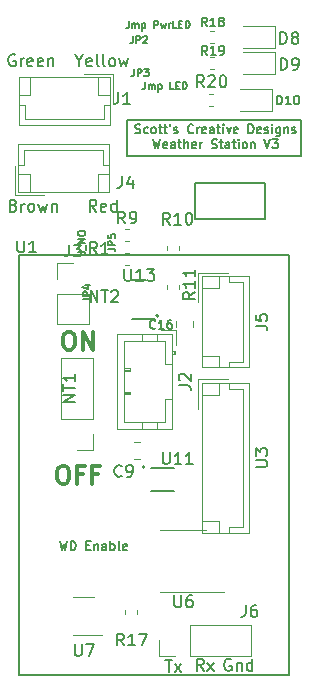
<source format=gbr>
G04 #@! TF.GenerationSoftware,KiCad,Pcbnew,(5.0.1)-rc2*
G04 #@! TF.CreationDate,2019-05-10T17:03:11-07:00*
G04 #@! TF.ProjectId,weatherStation,7765617468657253746174696F6E2E6B,rev?*
G04 #@! TF.SameCoordinates,Original*
G04 #@! TF.FileFunction,Legend,Top*
G04 #@! TF.FilePolarity,Positive*
%FSLAX46Y46*%
G04 Gerber Fmt 4.6, Leading zero omitted, Abs format (unit mm)*
G04 Created by KiCad (PCBNEW (5.0.1)-rc2) date 5/10/2019 5:03:11 PM*
%MOMM*%
%LPD*%
G01*
G04 APERTURE LIST*
%ADD10C,0.200000*%
%ADD11C,0.150000*%
%ADD12C,0.300000*%
%ADD13C,0.120000*%
%ADD14C,0.127000*%
G04 APERTURE END LIST*
D10*
X103124000Y-60960000D02*
X103632000Y-60960000D01*
X103124000Y-64008000D02*
X103124000Y-60960000D01*
X117856000Y-64008000D02*
X103124000Y-64008000D01*
X117856000Y-60960000D02*
X117856000Y-64008000D01*
X103632000Y-60960000D02*
X117856000Y-60960000D01*
D11*
X103836365Y-62078951D02*
X103943508Y-62114665D01*
X104122080Y-62114665D01*
X104193508Y-62078951D01*
X104229222Y-62043237D01*
X104264937Y-61971808D01*
X104264937Y-61900380D01*
X104229222Y-61828951D01*
X104193508Y-61793237D01*
X104122080Y-61757522D01*
X103979222Y-61721808D01*
X103907794Y-61686094D01*
X103872080Y-61650380D01*
X103836365Y-61578951D01*
X103836365Y-61507522D01*
X103872080Y-61436094D01*
X103907794Y-61400380D01*
X103979222Y-61364665D01*
X104157794Y-61364665D01*
X104264937Y-61400380D01*
X104907794Y-62078951D02*
X104836365Y-62114665D01*
X104693508Y-62114665D01*
X104622080Y-62078951D01*
X104586365Y-62043237D01*
X104550651Y-61971808D01*
X104550651Y-61757522D01*
X104586365Y-61686094D01*
X104622080Y-61650380D01*
X104693508Y-61614665D01*
X104836365Y-61614665D01*
X104907794Y-61650380D01*
X105336365Y-62114665D02*
X105264937Y-62078951D01*
X105229222Y-62043237D01*
X105193508Y-61971808D01*
X105193508Y-61757522D01*
X105229222Y-61686094D01*
X105264937Y-61650380D01*
X105336365Y-61614665D01*
X105443508Y-61614665D01*
X105514937Y-61650380D01*
X105550651Y-61686094D01*
X105586365Y-61757522D01*
X105586365Y-61971808D01*
X105550651Y-62043237D01*
X105514937Y-62078951D01*
X105443508Y-62114665D01*
X105336365Y-62114665D01*
X105800651Y-61614665D02*
X106086365Y-61614665D01*
X105907794Y-61364665D02*
X105907794Y-62007522D01*
X105943508Y-62078951D01*
X106014937Y-62114665D01*
X106086365Y-62114665D01*
X106229222Y-61614665D02*
X106514937Y-61614665D01*
X106336365Y-61364665D02*
X106336365Y-62007522D01*
X106372080Y-62078951D01*
X106443508Y-62114665D01*
X106514937Y-62114665D01*
X106800651Y-61364665D02*
X106729222Y-61507522D01*
X107086365Y-62078951D02*
X107157794Y-62114665D01*
X107300651Y-62114665D01*
X107372080Y-62078951D01*
X107407794Y-62007522D01*
X107407794Y-61971808D01*
X107372080Y-61900380D01*
X107300651Y-61864665D01*
X107193508Y-61864665D01*
X107122080Y-61828951D01*
X107086365Y-61757522D01*
X107086365Y-61721808D01*
X107122080Y-61650380D01*
X107193508Y-61614665D01*
X107300651Y-61614665D01*
X107372080Y-61650380D01*
X108729222Y-62043237D02*
X108693508Y-62078951D01*
X108586365Y-62114665D01*
X108514937Y-62114665D01*
X108407794Y-62078951D01*
X108336365Y-62007522D01*
X108300651Y-61936094D01*
X108264937Y-61793237D01*
X108264937Y-61686094D01*
X108300651Y-61543237D01*
X108336365Y-61471808D01*
X108407794Y-61400380D01*
X108514937Y-61364665D01*
X108586365Y-61364665D01*
X108693508Y-61400380D01*
X108729222Y-61436094D01*
X109050651Y-62114665D02*
X109050651Y-61614665D01*
X109050651Y-61757522D02*
X109086365Y-61686094D01*
X109122080Y-61650380D01*
X109193508Y-61614665D01*
X109264937Y-61614665D01*
X109800651Y-62078951D02*
X109729222Y-62114665D01*
X109586365Y-62114665D01*
X109514937Y-62078951D01*
X109479222Y-62007522D01*
X109479222Y-61721808D01*
X109514937Y-61650380D01*
X109586365Y-61614665D01*
X109729222Y-61614665D01*
X109800651Y-61650380D01*
X109836365Y-61721808D01*
X109836365Y-61793237D01*
X109479222Y-61864665D01*
X110479222Y-62114665D02*
X110479222Y-61721808D01*
X110443508Y-61650380D01*
X110372080Y-61614665D01*
X110229222Y-61614665D01*
X110157794Y-61650380D01*
X110479222Y-62078951D02*
X110407794Y-62114665D01*
X110229222Y-62114665D01*
X110157794Y-62078951D01*
X110122080Y-62007522D01*
X110122080Y-61936094D01*
X110157794Y-61864665D01*
X110229222Y-61828951D01*
X110407794Y-61828951D01*
X110479222Y-61793237D01*
X110729222Y-61614665D02*
X111014937Y-61614665D01*
X110836365Y-61364665D02*
X110836365Y-62007522D01*
X110872080Y-62078951D01*
X110943508Y-62114665D01*
X111014937Y-62114665D01*
X111264937Y-62114665D02*
X111264937Y-61614665D01*
X111264937Y-61364665D02*
X111229222Y-61400380D01*
X111264937Y-61436094D01*
X111300651Y-61400380D01*
X111264937Y-61364665D01*
X111264937Y-61436094D01*
X111550651Y-61614665D02*
X111729222Y-62114665D01*
X111907794Y-61614665D01*
X112479222Y-62078951D02*
X112407794Y-62114665D01*
X112264937Y-62114665D01*
X112193508Y-62078951D01*
X112157794Y-62007522D01*
X112157794Y-61721808D01*
X112193508Y-61650380D01*
X112264937Y-61614665D01*
X112407794Y-61614665D01*
X112479222Y-61650380D01*
X112514937Y-61721808D01*
X112514937Y-61793237D01*
X112157794Y-61864665D01*
X113407794Y-62114665D02*
X113407794Y-61364665D01*
X113586365Y-61364665D01*
X113693508Y-61400380D01*
X113764937Y-61471808D01*
X113800651Y-61543237D01*
X113836365Y-61686094D01*
X113836365Y-61793237D01*
X113800651Y-61936094D01*
X113764937Y-62007522D01*
X113693508Y-62078951D01*
X113586365Y-62114665D01*
X113407794Y-62114665D01*
X114443508Y-62078951D02*
X114372080Y-62114665D01*
X114229222Y-62114665D01*
X114157794Y-62078951D01*
X114122080Y-62007522D01*
X114122080Y-61721808D01*
X114157794Y-61650380D01*
X114229222Y-61614665D01*
X114372080Y-61614665D01*
X114443508Y-61650380D01*
X114479222Y-61721808D01*
X114479222Y-61793237D01*
X114122080Y-61864665D01*
X114764937Y-62078951D02*
X114836365Y-62114665D01*
X114979222Y-62114665D01*
X115050651Y-62078951D01*
X115086365Y-62007522D01*
X115086365Y-61971808D01*
X115050651Y-61900380D01*
X114979222Y-61864665D01*
X114872080Y-61864665D01*
X114800651Y-61828951D01*
X114764937Y-61757522D01*
X114764937Y-61721808D01*
X114800651Y-61650380D01*
X114872080Y-61614665D01*
X114979222Y-61614665D01*
X115050651Y-61650380D01*
X115407794Y-62114665D02*
X115407794Y-61614665D01*
X115407794Y-61364665D02*
X115372080Y-61400380D01*
X115407794Y-61436094D01*
X115443508Y-61400380D01*
X115407794Y-61364665D01*
X115407794Y-61436094D01*
X116086365Y-61614665D02*
X116086365Y-62221808D01*
X116050651Y-62293237D01*
X116014937Y-62328951D01*
X115943508Y-62364665D01*
X115836365Y-62364665D01*
X115764937Y-62328951D01*
X116086365Y-62078951D02*
X116014937Y-62114665D01*
X115872080Y-62114665D01*
X115800651Y-62078951D01*
X115764937Y-62043237D01*
X115729222Y-61971808D01*
X115729222Y-61757522D01*
X115764937Y-61686094D01*
X115800651Y-61650380D01*
X115872080Y-61614665D01*
X116014937Y-61614665D01*
X116086365Y-61650380D01*
X116443508Y-61614665D02*
X116443508Y-62114665D01*
X116443508Y-61686094D02*
X116479222Y-61650380D01*
X116550651Y-61614665D01*
X116657794Y-61614665D01*
X116729222Y-61650380D01*
X116764937Y-61721808D01*
X116764937Y-62114665D01*
X117086365Y-62078951D02*
X117157794Y-62114665D01*
X117300651Y-62114665D01*
X117372080Y-62078951D01*
X117407794Y-62007522D01*
X117407794Y-61971808D01*
X117372080Y-61900380D01*
X117300651Y-61864665D01*
X117193508Y-61864665D01*
X117122080Y-61828951D01*
X117086365Y-61757522D01*
X117086365Y-61721808D01*
X117122080Y-61650380D01*
X117193508Y-61614665D01*
X117300651Y-61614665D01*
X117372080Y-61650380D01*
X105300651Y-62639665D02*
X105479222Y-63389665D01*
X105622080Y-62853951D01*
X105764937Y-63389665D01*
X105943508Y-62639665D01*
X106514937Y-63353951D02*
X106443508Y-63389665D01*
X106300651Y-63389665D01*
X106229222Y-63353951D01*
X106193508Y-63282522D01*
X106193508Y-62996808D01*
X106229222Y-62925380D01*
X106300651Y-62889665D01*
X106443508Y-62889665D01*
X106514937Y-62925380D01*
X106550651Y-62996808D01*
X106550651Y-63068237D01*
X106193508Y-63139665D01*
X107193508Y-63389665D02*
X107193508Y-62996808D01*
X107157794Y-62925380D01*
X107086365Y-62889665D01*
X106943508Y-62889665D01*
X106872080Y-62925380D01*
X107193508Y-63353951D02*
X107122080Y-63389665D01*
X106943508Y-63389665D01*
X106872080Y-63353951D01*
X106836365Y-63282522D01*
X106836365Y-63211094D01*
X106872080Y-63139665D01*
X106943508Y-63103951D01*
X107122080Y-63103951D01*
X107193508Y-63068237D01*
X107443508Y-62889665D02*
X107729222Y-62889665D01*
X107550651Y-62639665D02*
X107550651Y-63282522D01*
X107586365Y-63353951D01*
X107657794Y-63389665D01*
X107729222Y-63389665D01*
X107979222Y-63389665D02*
X107979222Y-62639665D01*
X108300651Y-63389665D02*
X108300651Y-62996808D01*
X108264937Y-62925380D01*
X108193508Y-62889665D01*
X108086365Y-62889665D01*
X108014937Y-62925380D01*
X107979222Y-62961094D01*
X108943508Y-63353951D02*
X108872080Y-63389665D01*
X108729222Y-63389665D01*
X108657794Y-63353951D01*
X108622080Y-63282522D01*
X108622080Y-62996808D01*
X108657794Y-62925380D01*
X108729222Y-62889665D01*
X108872080Y-62889665D01*
X108943508Y-62925380D01*
X108979222Y-62996808D01*
X108979222Y-63068237D01*
X108622080Y-63139665D01*
X109300651Y-63389665D02*
X109300651Y-62889665D01*
X109300651Y-63032522D02*
X109336365Y-62961094D01*
X109372080Y-62925380D01*
X109443508Y-62889665D01*
X109514937Y-62889665D01*
X110300651Y-63353951D02*
X110407794Y-63389665D01*
X110586365Y-63389665D01*
X110657794Y-63353951D01*
X110693508Y-63318237D01*
X110729222Y-63246808D01*
X110729222Y-63175380D01*
X110693508Y-63103951D01*
X110657794Y-63068237D01*
X110586365Y-63032522D01*
X110443508Y-62996808D01*
X110372080Y-62961094D01*
X110336365Y-62925380D01*
X110300651Y-62853951D01*
X110300651Y-62782522D01*
X110336365Y-62711094D01*
X110372080Y-62675380D01*
X110443508Y-62639665D01*
X110622080Y-62639665D01*
X110729222Y-62675380D01*
X110943508Y-62889665D02*
X111229222Y-62889665D01*
X111050651Y-62639665D02*
X111050651Y-63282522D01*
X111086365Y-63353951D01*
X111157794Y-63389665D01*
X111229222Y-63389665D01*
X111800651Y-63389665D02*
X111800651Y-62996808D01*
X111764937Y-62925380D01*
X111693508Y-62889665D01*
X111550651Y-62889665D01*
X111479222Y-62925380D01*
X111800651Y-63353951D02*
X111729222Y-63389665D01*
X111550651Y-63389665D01*
X111479222Y-63353951D01*
X111443508Y-63282522D01*
X111443508Y-63211094D01*
X111479222Y-63139665D01*
X111550651Y-63103951D01*
X111729222Y-63103951D01*
X111800651Y-63068237D01*
X112050651Y-62889665D02*
X112336365Y-62889665D01*
X112157794Y-62639665D02*
X112157794Y-63282522D01*
X112193508Y-63353951D01*
X112264937Y-63389665D01*
X112336365Y-63389665D01*
X112586365Y-63389665D02*
X112586365Y-62889665D01*
X112586365Y-62639665D02*
X112550651Y-62675380D01*
X112586365Y-62711094D01*
X112622080Y-62675380D01*
X112586365Y-62639665D01*
X112586365Y-62711094D01*
X113050651Y-63389665D02*
X112979222Y-63353951D01*
X112943508Y-63318237D01*
X112907794Y-63246808D01*
X112907794Y-63032522D01*
X112943508Y-62961094D01*
X112979222Y-62925380D01*
X113050651Y-62889665D01*
X113157794Y-62889665D01*
X113229222Y-62925380D01*
X113264937Y-62961094D01*
X113300651Y-63032522D01*
X113300651Y-63246808D01*
X113264937Y-63318237D01*
X113229222Y-63353951D01*
X113157794Y-63389665D01*
X113050651Y-63389665D01*
X113622080Y-62889665D02*
X113622080Y-63389665D01*
X113622080Y-62961094D02*
X113657794Y-62925380D01*
X113729222Y-62889665D01*
X113836365Y-62889665D01*
X113907794Y-62925380D01*
X113943508Y-62996808D01*
X113943508Y-63389665D01*
X114764937Y-62639665D02*
X115014937Y-63389665D01*
X115264937Y-62639665D01*
X115443508Y-62639665D02*
X115907794Y-62639665D01*
X115657794Y-62925380D01*
X115764937Y-62925380D01*
X115836365Y-62961094D01*
X115872080Y-62996808D01*
X115907794Y-63068237D01*
X115907794Y-63246808D01*
X115872080Y-63318237D01*
X115836365Y-63353951D01*
X115764937Y-63389665D01*
X115550651Y-63389665D01*
X115479222Y-63353951D01*
X115443508Y-63318237D01*
X97442377Y-96647765D02*
X97620948Y-97397765D01*
X97763805Y-96862051D01*
X97906662Y-97397765D01*
X98085234Y-96647765D01*
X98370948Y-97397765D02*
X98370948Y-96647765D01*
X98549520Y-96647765D01*
X98656662Y-96683480D01*
X98728091Y-96754908D01*
X98763805Y-96826337D01*
X98799520Y-96969194D01*
X98799520Y-97076337D01*
X98763805Y-97219194D01*
X98728091Y-97290622D01*
X98656662Y-97362051D01*
X98549520Y-97397765D01*
X98370948Y-97397765D01*
X99692377Y-97004908D02*
X99942377Y-97004908D01*
X100049520Y-97397765D02*
X99692377Y-97397765D01*
X99692377Y-96647765D01*
X100049520Y-96647765D01*
X100370948Y-96897765D02*
X100370948Y-97397765D01*
X100370948Y-96969194D02*
X100406662Y-96933480D01*
X100478091Y-96897765D01*
X100585234Y-96897765D01*
X100656662Y-96933480D01*
X100692377Y-97004908D01*
X100692377Y-97397765D01*
X101370948Y-97397765D02*
X101370948Y-97004908D01*
X101335234Y-96933480D01*
X101263805Y-96897765D01*
X101120948Y-96897765D01*
X101049520Y-96933480D01*
X101370948Y-97362051D02*
X101299520Y-97397765D01*
X101120948Y-97397765D01*
X101049520Y-97362051D01*
X101013805Y-97290622D01*
X101013805Y-97219194D01*
X101049520Y-97147765D01*
X101120948Y-97112051D01*
X101299520Y-97112051D01*
X101370948Y-97076337D01*
X101728091Y-97397765D02*
X101728091Y-96647765D01*
X101728091Y-96933480D02*
X101799520Y-96897765D01*
X101942377Y-96897765D01*
X102013805Y-96933480D01*
X102049520Y-96969194D01*
X102085234Y-97040622D01*
X102085234Y-97254908D01*
X102049520Y-97326337D01*
X102013805Y-97362051D01*
X101942377Y-97397765D01*
X101799520Y-97397765D01*
X101728091Y-97362051D01*
X102513805Y-97397765D02*
X102442377Y-97362051D01*
X102406662Y-97290622D01*
X102406662Y-96647765D01*
X103085234Y-97362051D02*
X103013805Y-97397765D01*
X102870948Y-97397765D01*
X102799520Y-97362051D01*
X102763805Y-97290622D01*
X102763805Y-97004908D01*
X102799520Y-96933480D01*
X102870948Y-96897765D01*
X103013805Y-96897765D01*
X103085234Y-96933480D01*
X103120948Y-97004908D01*
X103120948Y-97076337D01*
X102763805Y-97147765D01*
X93523323Y-68216471D02*
X93666180Y-68264090D01*
X93713800Y-68311709D01*
X93761419Y-68406947D01*
X93761419Y-68549804D01*
X93713800Y-68645042D01*
X93666180Y-68692661D01*
X93570942Y-68740280D01*
X93189990Y-68740280D01*
X93189990Y-67740280D01*
X93523323Y-67740280D01*
X93618561Y-67787900D01*
X93666180Y-67835519D01*
X93713800Y-67930757D01*
X93713800Y-68025995D01*
X93666180Y-68121233D01*
X93618561Y-68168852D01*
X93523323Y-68216471D01*
X93189990Y-68216471D01*
X94189990Y-68740280D02*
X94189990Y-68073614D01*
X94189990Y-68264090D02*
X94237609Y-68168852D01*
X94285228Y-68121233D01*
X94380466Y-68073614D01*
X94475704Y-68073614D01*
X94951895Y-68740280D02*
X94856657Y-68692661D01*
X94809038Y-68645042D01*
X94761419Y-68549804D01*
X94761419Y-68264090D01*
X94809038Y-68168852D01*
X94856657Y-68121233D01*
X94951895Y-68073614D01*
X95094752Y-68073614D01*
X95189990Y-68121233D01*
X95237609Y-68168852D01*
X95285228Y-68264090D01*
X95285228Y-68549804D01*
X95237609Y-68645042D01*
X95189990Y-68692661D01*
X95094752Y-68740280D01*
X94951895Y-68740280D01*
X95618561Y-68073614D02*
X95809038Y-68740280D01*
X95999514Y-68264090D01*
X96189990Y-68740280D01*
X96380466Y-68073614D01*
X96761419Y-68073614D02*
X96761419Y-68740280D01*
X96761419Y-68168852D02*
X96809038Y-68121233D01*
X96904276Y-68073614D01*
X97047133Y-68073614D01*
X97142371Y-68121233D01*
X97189990Y-68216471D01*
X97189990Y-68740280D01*
X100523323Y-68740280D02*
X100189990Y-68264090D01*
X99951895Y-68740280D02*
X99951895Y-67740280D01*
X100332847Y-67740280D01*
X100428085Y-67787900D01*
X100475704Y-67835519D01*
X100523323Y-67930757D01*
X100523323Y-68073614D01*
X100475704Y-68168852D01*
X100428085Y-68216471D01*
X100332847Y-68264090D01*
X99951895Y-68264090D01*
X101332847Y-68692661D02*
X101237609Y-68740280D01*
X101047133Y-68740280D01*
X100951895Y-68692661D01*
X100904276Y-68597423D01*
X100904276Y-68216471D01*
X100951895Y-68121233D01*
X101047133Y-68073614D01*
X101237609Y-68073614D01*
X101332847Y-68121233D01*
X101380466Y-68216471D01*
X101380466Y-68311709D01*
X100904276Y-68406947D01*
X102237609Y-68740280D02*
X102237609Y-67740280D01*
X102237609Y-68692661D02*
X102142371Y-68740280D01*
X101951895Y-68740280D01*
X101856657Y-68692661D01*
X101809038Y-68645042D01*
X101761419Y-68549804D01*
X101761419Y-68264090D01*
X101809038Y-68168852D01*
X101856657Y-68121233D01*
X101951895Y-68073614D01*
X102142371Y-68073614D01*
X102237609Y-68121233D01*
X93644009Y-55481600D02*
X93548771Y-55433980D01*
X93405914Y-55433980D01*
X93263057Y-55481600D01*
X93167819Y-55576838D01*
X93120200Y-55672076D01*
X93072580Y-55862552D01*
X93072580Y-56005409D01*
X93120200Y-56195885D01*
X93167819Y-56291123D01*
X93263057Y-56386361D01*
X93405914Y-56433980D01*
X93501152Y-56433980D01*
X93644009Y-56386361D01*
X93691628Y-56338742D01*
X93691628Y-56005409D01*
X93501152Y-56005409D01*
X94120200Y-56433980D02*
X94120200Y-55767314D01*
X94120200Y-55957790D02*
X94167819Y-55862552D01*
X94215438Y-55814933D01*
X94310676Y-55767314D01*
X94405914Y-55767314D01*
X95120200Y-56386361D02*
X95024961Y-56433980D01*
X94834485Y-56433980D01*
X94739247Y-56386361D01*
X94691628Y-56291123D01*
X94691628Y-55910171D01*
X94739247Y-55814933D01*
X94834485Y-55767314D01*
X95024961Y-55767314D01*
X95120200Y-55814933D01*
X95167819Y-55910171D01*
X95167819Y-56005409D01*
X94691628Y-56100647D01*
X95977342Y-56386361D02*
X95882104Y-56433980D01*
X95691628Y-56433980D01*
X95596390Y-56386361D01*
X95548771Y-56291123D01*
X95548771Y-55910171D01*
X95596390Y-55814933D01*
X95691628Y-55767314D01*
X95882104Y-55767314D01*
X95977342Y-55814933D01*
X96024961Y-55910171D01*
X96024961Y-56005409D01*
X95548771Y-56100647D01*
X96453533Y-55767314D02*
X96453533Y-56433980D01*
X96453533Y-55862552D02*
X96501152Y-55814933D01*
X96596390Y-55767314D01*
X96739247Y-55767314D01*
X96834485Y-55814933D01*
X96882104Y-55910171D01*
X96882104Y-56433980D01*
X99072580Y-55957790D02*
X99072580Y-56433980D01*
X98739247Y-55433980D02*
X99072580Y-55957790D01*
X99405914Y-55433980D01*
X100120200Y-56386361D02*
X100024961Y-56433980D01*
X99834485Y-56433980D01*
X99739247Y-56386361D01*
X99691628Y-56291123D01*
X99691628Y-55910171D01*
X99739247Y-55814933D01*
X99834485Y-55767314D01*
X100024961Y-55767314D01*
X100120200Y-55814933D01*
X100167819Y-55910171D01*
X100167819Y-56005409D01*
X99691628Y-56100647D01*
X100739247Y-56433980D02*
X100644009Y-56386361D01*
X100596390Y-56291123D01*
X100596390Y-55433980D01*
X101263057Y-56433980D02*
X101167819Y-56386361D01*
X101120200Y-56291123D01*
X101120200Y-55433980D01*
X101786866Y-56433980D02*
X101691628Y-56386361D01*
X101644009Y-56338742D01*
X101596390Y-56243504D01*
X101596390Y-55957790D01*
X101644009Y-55862552D01*
X101691628Y-55814933D01*
X101786866Y-55767314D01*
X101929723Y-55767314D01*
X102024961Y-55814933D01*
X102072580Y-55862552D01*
X102120200Y-55957790D01*
X102120200Y-56243504D01*
X102072580Y-56338742D01*
X102024961Y-56386361D01*
X101929723Y-56433980D01*
X101786866Y-56433980D01*
X102453533Y-55767314D02*
X102644009Y-56433980D01*
X102834485Y-55957790D01*
X103024961Y-56433980D01*
X103215438Y-55767314D01*
D12*
X98080628Y-78921871D02*
X98366342Y-78921871D01*
X98509200Y-78993300D01*
X98652057Y-79136157D01*
X98723485Y-79421871D01*
X98723485Y-79921871D01*
X98652057Y-80207585D01*
X98509200Y-80350442D01*
X98366342Y-80421871D01*
X98080628Y-80421871D01*
X97937771Y-80350442D01*
X97794914Y-80207585D01*
X97723485Y-79921871D01*
X97723485Y-79421871D01*
X97794914Y-79136157D01*
X97937771Y-78993300D01*
X98080628Y-78921871D01*
X99366342Y-80421871D02*
X99366342Y-78921871D01*
X100223485Y-80421871D01*
X100223485Y-78921871D01*
X97580628Y-90275671D02*
X97866342Y-90275671D01*
X98009200Y-90347100D01*
X98152057Y-90489957D01*
X98223485Y-90775671D01*
X98223485Y-91275671D01*
X98152057Y-91561385D01*
X98009200Y-91704242D01*
X97866342Y-91775671D01*
X97580628Y-91775671D01*
X97437771Y-91704242D01*
X97294914Y-91561385D01*
X97223485Y-91275671D01*
X97223485Y-90775671D01*
X97294914Y-90489957D01*
X97437771Y-90347100D01*
X97580628Y-90275671D01*
X99366342Y-90989957D02*
X98866342Y-90989957D01*
X98866342Y-91775671D02*
X98866342Y-90275671D01*
X99580628Y-90275671D01*
X100652057Y-90989957D02*
X100152057Y-90989957D01*
X100152057Y-91775671D02*
X100152057Y-90275671D01*
X100866342Y-90275671D01*
D11*
X111929942Y-106662600D02*
X111834704Y-106614980D01*
X111691847Y-106614980D01*
X111548990Y-106662600D01*
X111453752Y-106757838D01*
X111406133Y-106853076D01*
X111358514Y-107043552D01*
X111358514Y-107186409D01*
X111406133Y-107376885D01*
X111453752Y-107472123D01*
X111548990Y-107567361D01*
X111691847Y-107614980D01*
X111787085Y-107614980D01*
X111929942Y-107567361D01*
X111977561Y-107519742D01*
X111977561Y-107186409D01*
X111787085Y-107186409D01*
X112406133Y-106948314D02*
X112406133Y-107614980D01*
X112406133Y-107043552D02*
X112453752Y-106995933D01*
X112548990Y-106948314D01*
X112691847Y-106948314D01*
X112787085Y-106995933D01*
X112834704Y-107091171D01*
X112834704Y-107614980D01*
X113739466Y-107614980D02*
X113739466Y-106614980D01*
X113739466Y-107567361D02*
X113644228Y-107614980D01*
X113453752Y-107614980D01*
X113358514Y-107567361D01*
X113310895Y-107519742D01*
X113263276Y-107424504D01*
X113263276Y-107138790D01*
X113310895Y-107043552D01*
X113358514Y-106995933D01*
X113453752Y-106948314D01*
X113644228Y-106948314D01*
X113739466Y-106995933D01*
X109607361Y-107614980D02*
X109274028Y-107138790D01*
X109035933Y-107614980D02*
X109035933Y-106614980D01*
X109416885Y-106614980D01*
X109512123Y-106662600D01*
X109559742Y-106710219D01*
X109607361Y-106805457D01*
X109607361Y-106948314D01*
X109559742Y-107043552D01*
X109512123Y-107091171D01*
X109416885Y-107138790D01*
X109035933Y-107138790D01*
X109940695Y-107614980D02*
X110464504Y-106948314D01*
X109940695Y-106948314D02*
X110464504Y-107614980D01*
X106370523Y-106691180D02*
X106941952Y-106691180D01*
X106656238Y-107691180D02*
X106656238Y-106691180D01*
X107180047Y-107691180D02*
X107703857Y-107024514D01*
X107180047Y-107024514D02*
X107703857Y-107691180D01*
D13*
G04 #@! TO.C,J1*
X101970000Y-57080000D02*
X99470000Y-57080000D01*
X101970000Y-59580000D02*
X101970000Y-57080000D01*
X94950000Y-58880000D02*
X94950000Y-57380000D01*
X93950000Y-58880000D02*
X94950000Y-58880000D01*
X100670000Y-58880000D02*
X100670000Y-57380000D01*
X101670000Y-58880000D02*
X100670000Y-58880000D01*
X94450000Y-59690000D02*
X93950000Y-59690000D01*
X94450000Y-60900000D02*
X94450000Y-59690000D01*
X101170000Y-60900000D02*
X94450000Y-60900000D01*
X101170000Y-59690000D02*
X101170000Y-60900000D01*
X101670000Y-59690000D02*
X101170000Y-59690000D01*
X93950000Y-61400000D02*
X101670000Y-61400000D01*
X93950000Y-57380000D02*
X93950000Y-61400000D01*
X101670000Y-57380000D02*
X93950000Y-57380000D01*
X101670000Y-61400000D02*
X101670000Y-57380000D01*
G04 #@! TO.C,U3*
X113470000Y-83235000D02*
X109450000Y-83235000D01*
X109450000Y-83235000D02*
X109450000Y-95955000D01*
X109450000Y-95955000D02*
X113470000Y-95955000D01*
X113470000Y-95955000D02*
X113470000Y-83235000D01*
X111760000Y-83235000D02*
X111760000Y-83735000D01*
X111760000Y-83735000D02*
X112970000Y-83735000D01*
X112970000Y-83735000D02*
X112970000Y-95455000D01*
X112970000Y-95455000D02*
X111760000Y-95455000D01*
X111760000Y-95455000D02*
X111760000Y-95955000D01*
X110950000Y-83235000D02*
X110950000Y-84235000D01*
X110950000Y-84235000D02*
X109450000Y-84235000D01*
X110950000Y-95955000D02*
X110950000Y-94955000D01*
X110950000Y-94955000D02*
X109450000Y-94955000D01*
X111650000Y-82935000D02*
X109150000Y-82935000D01*
X109150000Y-82935000D02*
X109150000Y-85435000D01*
G04 #@! TO.C,C9*
X104195378Y-88240800D02*
X103678222Y-88240800D01*
X104195378Y-89660800D02*
X103678222Y-89660800D01*
G04 #@! TO.C,C16*
X108723500Y-78026522D02*
X108723500Y-78543678D01*
X107303500Y-78026522D02*
X107303500Y-78543678D01*
G04 #@! TO.C,D8*
X115652500Y-53015000D02*
X112967500Y-53015000D01*
X115652500Y-54935000D02*
X115652500Y-53015000D01*
X112967500Y-54935000D02*
X115652500Y-54935000D01*
G04 #@! TO.C,D9*
X115652500Y-55212100D02*
X112967500Y-55212100D01*
X115652500Y-57132100D02*
X115652500Y-55212100D01*
X112967500Y-57132100D02*
X115652500Y-57132100D01*
G04 #@! TO.C,D10*
X112713500Y-60256300D02*
X115398500Y-60256300D01*
X115398500Y-60256300D02*
X115398500Y-58336300D01*
X115398500Y-58336300D02*
X112713500Y-58336300D01*
G04 #@! TO.C,J2*
X106966000Y-79067600D02*
X102246000Y-79067600D01*
X102246000Y-79067600D02*
X102246000Y-87187600D01*
X102246000Y-87187600D02*
X106966000Y-87187600D01*
X106966000Y-87187600D02*
X106966000Y-79067600D01*
X106966000Y-80827600D02*
X107166000Y-80827600D01*
X107166000Y-80827600D02*
X107166000Y-80527600D01*
X107166000Y-80527600D02*
X106966000Y-80527600D01*
X107066000Y-80827600D02*
X107066000Y-80527600D01*
X106966000Y-81627600D02*
X106356000Y-81627600D01*
X106356000Y-81627600D02*
X106356000Y-79677600D01*
X106356000Y-79677600D02*
X102856000Y-79677600D01*
X102856000Y-79677600D02*
X102856000Y-86577600D01*
X102856000Y-86577600D02*
X106356000Y-86577600D01*
X106356000Y-86577600D02*
X106356000Y-84627600D01*
X106356000Y-84627600D02*
X106966000Y-84627600D01*
X105656000Y-79067600D02*
X105656000Y-79677600D01*
X104356000Y-79067600D02*
X104356000Y-79677600D01*
X105656000Y-87187600D02*
X105656000Y-86577600D01*
X104356000Y-87187600D02*
X104356000Y-86577600D01*
X102856000Y-82027600D02*
X103356000Y-82027600D01*
X103356000Y-82027600D02*
X103356000Y-82227600D01*
X103356000Y-82227600D02*
X102856000Y-82227600D01*
X102856000Y-82127600D02*
X103356000Y-82127600D01*
X102856000Y-84027600D02*
X103356000Y-84027600D01*
X103356000Y-84027600D02*
X103356000Y-84227600D01*
X103356000Y-84227600D02*
X102856000Y-84227600D01*
X102856000Y-84127600D02*
X103356000Y-84127600D01*
X107266000Y-80017600D02*
X107266000Y-78767600D01*
X107266000Y-78767600D02*
X106016000Y-78767600D01*
G04 #@! TO.C,J5*
X113470000Y-74225000D02*
X109450000Y-74225000D01*
X109450000Y-74225000D02*
X109450000Y-81945000D01*
X109450000Y-81945000D02*
X113470000Y-81945000D01*
X113470000Y-81945000D02*
X113470000Y-74225000D01*
X111760000Y-74225000D02*
X111760000Y-74725000D01*
X111760000Y-74725000D02*
X112970000Y-74725000D01*
X112970000Y-74725000D02*
X112970000Y-81445000D01*
X112970000Y-81445000D02*
X111760000Y-81445000D01*
X111760000Y-81445000D02*
X111760000Y-81945000D01*
X110950000Y-74225000D02*
X110950000Y-75225000D01*
X110950000Y-75225000D02*
X109450000Y-75225000D01*
X110950000Y-81945000D02*
X110950000Y-80945000D01*
X110950000Y-80945000D02*
X109450000Y-80945000D01*
X111650000Y-73925000D02*
X109150000Y-73925000D01*
X109150000Y-73925000D02*
X109150000Y-76425000D01*
G04 #@! TO.C,R17*
X103989600Y-102829579D02*
X103989600Y-102504021D01*
X102969600Y-102829579D02*
X102969600Y-102504021D01*
G04 #@! TO.C,R18*
X110500279Y-54485000D02*
X110174721Y-54485000D01*
X110500279Y-53465000D02*
X110174721Y-53465000D01*
G04 #@! TO.C,R19*
X110174721Y-55662100D02*
X110500279Y-55662100D01*
X110174721Y-56682100D02*
X110500279Y-56682100D01*
G04 #@! TO.C,R20*
X110398779Y-58786300D02*
X110073221Y-58786300D01*
X110398779Y-59806300D02*
X110073221Y-59806300D01*
G04 #@! TO.C,SW2*
X100237600Y-81169200D02*
X97577600Y-81169200D01*
X100237600Y-86309200D02*
X100237600Y-81169200D01*
X97577600Y-86309200D02*
X97577600Y-81169200D01*
X100237600Y-86309200D02*
X97577600Y-86309200D01*
X100237600Y-87579200D02*
X100237600Y-88909200D01*
X100237600Y-88909200D02*
X98907600Y-88909200D01*
D11*
G04 #@! TO.C,SW3*
X114844600Y-66356100D02*
X108844600Y-66356100D01*
X108844600Y-66356100D02*
X108844600Y-69356100D01*
X108844600Y-69356100D02*
X114844600Y-69356100D01*
X114844600Y-69356100D02*
X114844600Y-66356100D01*
D13*
G04 #@! TO.C,U6*
X107899200Y-95663000D02*
X105949200Y-95663000D01*
X107899200Y-95663000D02*
X109849200Y-95663000D01*
X107899200Y-100933000D02*
X105949200Y-100933000D01*
X107899200Y-100933000D02*
X111349200Y-100933000D01*
G04 #@! TO.C,U7*
X100366400Y-101412400D02*
X98566400Y-101412400D01*
X98566400Y-104632400D02*
X101016400Y-104632400D01*
D11*
G04 #@! TO.C,U11*
X105121200Y-92440000D02*
X107121200Y-92440000D01*
X107121200Y-90440000D02*
X105121200Y-90440000D01*
X104591911Y-90390000D02*
G75*
G03X104591911Y-90390000I-70711J0D01*
G01*
G04 #@! TO.C,U13*
X105490000Y-77825000D02*
X103565000Y-77825000D01*
X104715000Y-74575000D02*
X103565000Y-74575000D01*
X105790000Y-77550000D02*
G75*
G03X105790000Y-77550000I-100000J0D01*
G01*
D13*
G04 #@! TO.C,J3*
X97222000Y-78292000D02*
X99882000Y-78292000D01*
X97222000Y-75692000D02*
X97222000Y-78292000D01*
X99882000Y-75692000D02*
X99882000Y-78292000D01*
X97222000Y-75692000D02*
X99882000Y-75692000D01*
X97222000Y-74422000D02*
X97222000Y-73092000D01*
X97222000Y-73092000D02*
X98552000Y-73092000D01*
G04 #@! TO.C,R9*
X102935721Y-71274400D02*
X103261279Y-71274400D01*
X102935721Y-70254400D02*
X103261279Y-70254400D01*
G04 #@! TO.C,R10*
X106525600Y-71968479D02*
X106525600Y-71642921D01*
X107545600Y-71968479D02*
X107545600Y-71642921D01*
G04 #@! TO.C,R11*
X107494800Y-75270479D02*
X107494800Y-74944921D01*
X106474800Y-75270479D02*
X106474800Y-74944921D01*
D11*
G04 #@! TO.C,U1*
X93980000Y-72390000D02*
X93980000Y-107950000D01*
X93980000Y-107950000D02*
X116840000Y-107950000D01*
X116840000Y-107950000D02*
X116840000Y-72390000D01*
X116840000Y-72390000D02*
X93980000Y-72390000D01*
D13*
G04 #@! TO.C,J4*
X93910000Y-63060000D02*
X93910000Y-67080000D01*
X93910000Y-67080000D02*
X101630000Y-67080000D01*
X101630000Y-67080000D02*
X101630000Y-63060000D01*
X101630000Y-63060000D02*
X93910000Y-63060000D01*
X93910000Y-64770000D02*
X94410000Y-64770000D01*
X94410000Y-64770000D02*
X94410000Y-63560000D01*
X94410000Y-63560000D02*
X101130000Y-63560000D01*
X101130000Y-63560000D02*
X101130000Y-64770000D01*
X101130000Y-64770000D02*
X101630000Y-64770000D01*
X93910000Y-65580000D02*
X94910000Y-65580000D01*
X94910000Y-65580000D02*
X94910000Y-67080000D01*
X101630000Y-65580000D02*
X100630000Y-65580000D01*
X100630000Y-65580000D02*
X100630000Y-67080000D01*
X93610000Y-64880000D02*
X93610000Y-67380000D01*
X93610000Y-67380000D02*
X96110000Y-67380000D01*
G04 #@! TO.C,J6*
X113598000Y-106384400D02*
X113598000Y-103724400D01*
X108458000Y-106384400D02*
X113598000Y-106384400D01*
X108458000Y-103724400D02*
X113598000Y-103724400D01*
X108458000Y-106384400D02*
X108458000Y-103724400D01*
X107188000Y-106384400D02*
X105858000Y-106384400D01*
X105858000Y-106384400D02*
X105858000Y-105054400D01*
G04 #@! TO.C,R1*
X103286779Y-73255600D02*
X102961221Y-73255600D01*
X103286779Y-72235600D02*
X102961221Y-72235600D01*
G04 #@! TO.C,J1*
D11*
X102384266Y-58634380D02*
X102384266Y-59348666D01*
X102336647Y-59491523D01*
X102241409Y-59586761D01*
X102098552Y-59634380D01*
X102003314Y-59634380D01*
X103384266Y-59634380D02*
X102812838Y-59634380D01*
X103098552Y-59634380D02*
X103098552Y-58634380D01*
X103003314Y-58777238D01*
X102908076Y-58872476D01*
X102812838Y-58920095D01*
G04 #@! TO.C,U3*
X114012380Y-90356904D02*
X114821904Y-90356904D01*
X114917142Y-90309285D01*
X114964761Y-90261666D01*
X115012380Y-90166428D01*
X115012380Y-89975952D01*
X114964761Y-89880714D01*
X114917142Y-89833095D01*
X114821904Y-89785476D01*
X114012380Y-89785476D01*
X114012380Y-89404523D02*
X114012380Y-88785476D01*
X114393333Y-89118809D01*
X114393333Y-88975952D01*
X114440952Y-88880714D01*
X114488571Y-88833095D01*
X114583809Y-88785476D01*
X114821904Y-88785476D01*
X114917142Y-88833095D01*
X114964761Y-88880714D01*
X115012380Y-88975952D01*
X115012380Y-89261666D01*
X114964761Y-89356904D01*
X114917142Y-89404523D01*
G04 #@! TO.C,C9*
X102677933Y-91111342D02*
X102630314Y-91158961D01*
X102487457Y-91206580D01*
X102392219Y-91206580D01*
X102249361Y-91158961D01*
X102154123Y-91063723D01*
X102106504Y-90968485D01*
X102058885Y-90778009D01*
X102058885Y-90635152D01*
X102106504Y-90444676D01*
X102154123Y-90349438D01*
X102249361Y-90254200D01*
X102392219Y-90206580D01*
X102487457Y-90206580D01*
X102630314Y-90254200D01*
X102677933Y-90301819D01*
X103154123Y-91206580D02*
X103344600Y-91206580D01*
X103439838Y-91158961D01*
X103487457Y-91111342D01*
X103582695Y-90968485D01*
X103630314Y-90778009D01*
X103630314Y-90397057D01*
X103582695Y-90301819D01*
X103535076Y-90254200D01*
X103439838Y-90206580D01*
X103249361Y-90206580D01*
X103154123Y-90254200D01*
X103106504Y-90301819D01*
X103058885Y-90397057D01*
X103058885Y-90635152D01*
X103106504Y-90730390D01*
X103154123Y-90778009D01*
X103249361Y-90825628D01*
X103439838Y-90825628D01*
X103535076Y-90778009D01*
X103582695Y-90730390D01*
X103630314Y-90635152D01*
G04 #@! TO.C,C16*
X105524757Y-78603757D02*
X105489042Y-78639471D01*
X105381900Y-78675185D01*
X105310471Y-78675185D01*
X105203328Y-78639471D01*
X105131900Y-78568042D01*
X105096185Y-78496614D01*
X105060471Y-78353757D01*
X105060471Y-78246614D01*
X105096185Y-78103757D01*
X105131900Y-78032328D01*
X105203328Y-77960900D01*
X105310471Y-77925185D01*
X105381900Y-77925185D01*
X105489042Y-77960900D01*
X105524757Y-77996614D01*
X106239042Y-78675185D02*
X105810471Y-78675185D01*
X106024757Y-78675185D02*
X106024757Y-77925185D01*
X105953328Y-78032328D01*
X105881900Y-78103757D01*
X105810471Y-78139471D01*
X106881900Y-77925185D02*
X106739042Y-77925185D01*
X106667614Y-77960900D01*
X106631900Y-77996614D01*
X106560471Y-78103757D01*
X106524757Y-78246614D01*
X106524757Y-78532328D01*
X106560471Y-78603757D01*
X106596185Y-78639471D01*
X106667614Y-78675185D01*
X106810471Y-78675185D01*
X106881900Y-78639471D01*
X106917614Y-78603757D01*
X106953328Y-78532328D01*
X106953328Y-78353757D01*
X106917614Y-78282328D01*
X106881900Y-78246614D01*
X106810471Y-78210900D01*
X106667614Y-78210900D01*
X106596185Y-78246614D01*
X106560471Y-78282328D01*
X106524757Y-78353757D01*
G04 #@! TO.C,D8*
X116101904Y-54554380D02*
X116101904Y-53554380D01*
X116340000Y-53554380D01*
X116482857Y-53602000D01*
X116578095Y-53697238D01*
X116625714Y-53792476D01*
X116673333Y-53982952D01*
X116673333Y-54125809D01*
X116625714Y-54316285D01*
X116578095Y-54411523D01*
X116482857Y-54506761D01*
X116340000Y-54554380D01*
X116101904Y-54554380D01*
X117244761Y-53982952D02*
X117149523Y-53935333D01*
X117101904Y-53887714D01*
X117054285Y-53792476D01*
X117054285Y-53744857D01*
X117101904Y-53649619D01*
X117149523Y-53602000D01*
X117244761Y-53554380D01*
X117435238Y-53554380D01*
X117530476Y-53602000D01*
X117578095Y-53649619D01*
X117625714Y-53744857D01*
X117625714Y-53792476D01*
X117578095Y-53887714D01*
X117530476Y-53935333D01*
X117435238Y-53982952D01*
X117244761Y-53982952D01*
X117149523Y-54030571D01*
X117101904Y-54078190D01*
X117054285Y-54173428D01*
X117054285Y-54363904D01*
X117101904Y-54459142D01*
X117149523Y-54506761D01*
X117244761Y-54554380D01*
X117435238Y-54554380D01*
X117530476Y-54506761D01*
X117578095Y-54459142D01*
X117625714Y-54363904D01*
X117625714Y-54173428D01*
X117578095Y-54078190D01*
X117530476Y-54030571D01*
X117435238Y-53982952D01*
G04 #@! TO.C,D9*
X116127304Y-56751480D02*
X116127304Y-55751480D01*
X116365400Y-55751480D01*
X116508257Y-55799100D01*
X116603495Y-55894338D01*
X116651114Y-55989576D01*
X116698733Y-56180052D01*
X116698733Y-56322909D01*
X116651114Y-56513385D01*
X116603495Y-56608623D01*
X116508257Y-56703861D01*
X116365400Y-56751480D01*
X116127304Y-56751480D01*
X117174923Y-56751480D02*
X117365400Y-56751480D01*
X117460638Y-56703861D01*
X117508257Y-56656242D01*
X117603495Y-56513385D01*
X117651114Y-56322909D01*
X117651114Y-55941957D01*
X117603495Y-55846719D01*
X117555876Y-55799100D01*
X117460638Y-55751480D01*
X117270161Y-55751480D01*
X117174923Y-55799100D01*
X117127304Y-55846719D01*
X117079685Y-55941957D01*
X117079685Y-56180052D01*
X117127304Y-56275290D01*
X117174923Y-56322909D01*
X117270161Y-56370528D01*
X117460638Y-56370528D01*
X117555876Y-56322909D01*
X117603495Y-56275290D01*
X117651114Y-56180052D01*
G04 #@! TO.C,D10*
X115842925Y-59668605D02*
X115842925Y-58918605D01*
X116021497Y-58918605D01*
X116128640Y-58954320D01*
X116200068Y-59025748D01*
X116235782Y-59097177D01*
X116271497Y-59240034D01*
X116271497Y-59347177D01*
X116235782Y-59490034D01*
X116200068Y-59561462D01*
X116128640Y-59632891D01*
X116021497Y-59668605D01*
X115842925Y-59668605D01*
X116985782Y-59668605D02*
X116557211Y-59668605D01*
X116771497Y-59668605D02*
X116771497Y-58918605D01*
X116700068Y-59025748D01*
X116628640Y-59097177D01*
X116557211Y-59132891D01*
X117450068Y-58918605D02*
X117521497Y-58918605D01*
X117592925Y-58954320D01*
X117628640Y-58990034D01*
X117664354Y-59061462D01*
X117700068Y-59204320D01*
X117700068Y-59382891D01*
X117664354Y-59525748D01*
X117628640Y-59597177D01*
X117592925Y-59632891D01*
X117521497Y-59668605D01*
X117450068Y-59668605D01*
X117378640Y-59632891D01*
X117342925Y-59597177D01*
X117307211Y-59525748D01*
X117271497Y-59382891D01*
X117271497Y-59204320D01*
X117307211Y-59061462D01*
X117342925Y-58990034D01*
X117378640Y-58954320D01*
X117450068Y-58918605D01*
G04 #@! TO.C,J2*
X107508380Y-83460933D02*
X108222666Y-83460933D01*
X108365523Y-83508552D01*
X108460761Y-83603790D01*
X108508380Y-83746647D01*
X108508380Y-83841885D01*
X107603619Y-83032361D02*
X107556000Y-82984742D01*
X107508380Y-82889504D01*
X107508380Y-82651409D01*
X107556000Y-82556171D01*
X107603619Y-82508552D01*
X107698857Y-82460933D01*
X107794095Y-82460933D01*
X107936952Y-82508552D01*
X108508380Y-83079980D01*
X108508380Y-82460933D01*
G04 #@! TO.C,J5*
X114012380Y-78418333D02*
X114726666Y-78418333D01*
X114869523Y-78465952D01*
X114964761Y-78561190D01*
X115012380Y-78704047D01*
X115012380Y-78799285D01*
X114012380Y-77465952D02*
X114012380Y-77942142D01*
X114488571Y-77989761D01*
X114440952Y-77942142D01*
X114393333Y-77846904D01*
X114393333Y-77608809D01*
X114440952Y-77513571D01*
X114488571Y-77465952D01*
X114583809Y-77418333D01*
X114821904Y-77418333D01*
X114917142Y-77465952D01*
X114964761Y-77513571D01*
X115012380Y-77608809D01*
X115012380Y-77846904D01*
X114964761Y-77942142D01*
X114917142Y-77989761D01*
G04 #@! TO.C,R17*
X102862142Y-105481380D02*
X102528809Y-105005190D01*
X102290714Y-105481380D02*
X102290714Y-104481380D01*
X102671666Y-104481380D01*
X102766904Y-104529000D01*
X102814523Y-104576619D01*
X102862142Y-104671857D01*
X102862142Y-104814714D01*
X102814523Y-104909952D01*
X102766904Y-104957571D01*
X102671666Y-105005190D01*
X102290714Y-105005190D01*
X103814523Y-105481380D02*
X103243095Y-105481380D01*
X103528809Y-105481380D02*
X103528809Y-104481380D01*
X103433571Y-104624238D01*
X103338333Y-104719476D01*
X103243095Y-104767095D01*
X104147857Y-104481380D02*
X104814523Y-104481380D01*
X104385952Y-105481380D01*
G04 #@! TO.C,R18*
X109880857Y-53069685D02*
X109630857Y-52712542D01*
X109452285Y-53069685D02*
X109452285Y-52319685D01*
X109738000Y-52319685D01*
X109809428Y-52355400D01*
X109845142Y-52391114D01*
X109880857Y-52462542D01*
X109880857Y-52569685D01*
X109845142Y-52641114D01*
X109809428Y-52676828D01*
X109738000Y-52712542D01*
X109452285Y-52712542D01*
X110595142Y-53069685D02*
X110166571Y-53069685D01*
X110380857Y-53069685D02*
X110380857Y-52319685D01*
X110309428Y-52426828D01*
X110238000Y-52498257D01*
X110166571Y-52533971D01*
X111023714Y-52641114D02*
X110952285Y-52605400D01*
X110916571Y-52569685D01*
X110880857Y-52498257D01*
X110880857Y-52462542D01*
X110916571Y-52391114D01*
X110952285Y-52355400D01*
X111023714Y-52319685D01*
X111166571Y-52319685D01*
X111238000Y-52355400D01*
X111273714Y-52391114D01*
X111309428Y-52462542D01*
X111309428Y-52498257D01*
X111273714Y-52569685D01*
X111238000Y-52605400D01*
X111166571Y-52641114D01*
X111023714Y-52641114D01*
X110952285Y-52676828D01*
X110916571Y-52712542D01*
X110880857Y-52783971D01*
X110880857Y-52926828D01*
X110916571Y-52998257D01*
X110952285Y-53033971D01*
X111023714Y-53069685D01*
X111166571Y-53069685D01*
X111238000Y-53033971D01*
X111273714Y-52998257D01*
X111309428Y-52926828D01*
X111309428Y-52783971D01*
X111273714Y-52712542D01*
X111238000Y-52676828D01*
X111166571Y-52641114D01*
G04 #@! TO.C,R19*
X109916417Y-55467445D02*
X109666417Y-55110302D01*
X109487845Y-55467445D02*
X109487845Y-54717445D01*
X109773560Y-54717445D01*
X109844988Y-54753160D01*
X109880702Y-54788874D01*
X109916417Y-54860302D01*
X109916417Y-54967445D01*
X109880702Y-55038874D01*
X109844988Y-55074588D01*
X109773560Y-55110302D01*
X109487845Y-55110302D01*
X110630702Y-55467445D02*
X110202131Y-55467445D01*
X110416417Y-55467445D02*
X110416417Y-54717445D01*
X110344988Y-54824588D01*
X110273560Y-54896017D01*
X110202131Y-54931731D01*
X110987845Y-55467445D02*
X111130702Y-55467445D01*
X111202131Y-55431731D01*
X111237845Y-55396017D01*
X111309274Y-55288874D01*
X111344988Y-55146017D01*
X111344988Y-54860302D01*
X111309274Y-54788874D01*
X111273560Y-54753160D01*
X111202131Y-54717445D01*
X111059274Y-54717445D01*
X110987845Y-54753160D01*
X110952131Y-54788874D01*
X110916417Y-54860302D01*
X110916417Y-55038874D01*
X110952131Y-55110302D01*
X110987845Y-55146017D01*
X111059274Y-55181731D01*
X111202131Y-55181731D01*
X111273560Y-55146017D01*
X111309274Y-55110302D01*
X111344988Y-55038874D01*
G04 #@! TO.C,R20*
X109628702Y-58211980D02*
X109295369Y-57735790D01*
X109057274Y-58211980D02*
X109057274Y-57211980D01*
X109438226Y-57211980D01*
X109533464Y-57259600D01*
X109581083Y-57307219D01*
X109628702Y-57402457D01*
X109628702Y-57545314D01*
X109581083Y-57640552D01*
X109533464Y-57688171D01*
X109438226Y-57735790D01*
X109057274Y-57735790D01*
X110009655Y-57307219D02*
X110057274Y-57259600D01*
X110152512Y-57211980D01*
X110390607Y-57211980D01*
X110485845Y-57259600D01*
X110533464Y-57307219D01*
X110581083Y-57402457D01*
X110581083Y-57497695D01*
X110533464Y-57640552D01*
X109962036Y-58211980D01*
X110581083Y-58211980D01*
X111200131Y-57211980D02*
X111295369Y-57211980D01*
X111390607Y-57259600D01*
X111438226Y-57307219D01*
X111485845Y-57402457D01*
X111533464Y-57592933D01*
X111533464Y-57831028D01*
X111485845Y-58021504D01*
X111438226Y-58116742D01*
X111390607Y-58164361D01*
X111295369Y-58211980D01*
X111200131Y-58211980D01*
X111104893Y-58164361D01*
X111057274Y-58116742D01*
X111009655Y-58021504D01*
X110962036Y-57831028D01*
X110962036Y-57592933D01*
X111009655Y-57402457D01*
X111057274Y-57307219D01*
X111104893Y-57259600D01*
X111200131Y-57211980D01*
G04 #@! TO.C,U6*
X107137295Y-101230380D02*
X107137295Y-102039904D01*
X107184914Y-102135142D01*
X107232533Y-102182761D01*
X107327771Y-102230380D01*
X107518247Y-102230380D01*
X107613485Y-102182761D01*
X107661104Y-102135142D01*
X107708723Y-102039904D01*
X107708723Y-101230380D01*
X108613485Y-101230380D02*
X108423009Y-101230380D01*
X108327771Y-101278000D01*
X108280152Y-101325619D01*
X108184914Y-101468476D01*
X108137295Y-101658952D01*
X108137295Y-102039904D01*
X108184914Y-102135142D01*
X108232533Y-102182761D01*
X108327771Y-102230380D01*
X108518247Y-102230380D01*
X108613485Y-102182761D01*
X108661104Y-102135142D01*
X108708723Y-102039904D01*
X108708723Y-101801809D01*
X108661104Y-101706571D01*
X108613485Y-101658952D01*
X108518247Y-101611333D01*
X108327771Y-101611333D01*
X108232533Y-101658952D01*
X108184914Y-101706571D01*
X108137295Y-101801809D01*
G04 #@! TO.C,U7*
X98704495Y-105374780D02*
X98704495Y-106184304D01*
X98752114Y-106279542D01*
X98799733Y-106327161D01*
X98894971Y-106374780D01*
X99085447Y-106374780D01*
X99180685Y-106327161D01*
X99228304Y-106279542D01*
X99275923Y-106184304D01*
X99275923Y-105374780D01*
X99656876Y-105374780D02*
X100323542Y-105374780D01*
X99894971Y-106374780D01*
G04 #@! TO.C,U11*
X106153104Y-89114380D02*
X106153104Y-89923904D01*
X106200723Y-90019142D01*
X106248342Y-90066761D01*
X106343580Y-90114380D01*
X106534057Y-90114380D01*
X106629295Y-90066761D01*
X106676914Y-90019142D01*
X106724533Y-89923904D01*
X106724533Y-89114380D01*
X107724533Y-90114380D02*
X107153104Y-90114380D01*
X107438819Y-90114380D02*
X107438819Y-89114380D01*
X107343580Y-89257238D01*
X107248342Y-89352476D01*
X107153104Y-89400095D01*
X108676914Y-90114380D02*
X108105485Y-90114380D01*
X108391200Y-90114380D02*
X108391200Y-89114380D01*
X108295961Y-89257238D01*
X108200723Y-89352476D01*
X108105485Y-89400095D01*
G04 #@! TO.C,U13*
X102901904Y-73594980D02*
X102901904Y-74404504D01*
X102949523Y-74499742D01*
X102997142Y-74547361D01*
X103092380Y-74594980D01*
X103282857Y-74594980D01*
X103378095Y-74547361D01*
X103425714Y-74499742D01*
X103473333Y-74404504D01*
X103473333Y-73594980D01*
X104473333Y-74594980D02*
X103901904Y-74594980D01*
X104187619Y-74594980D02*
X104187619Y-73594980D01*
X104092380Y-73737838D01*
X103997142Y-73833076D01*
X103901904Y-73880695D01*
X104806666Y-73594980D02*
X105425714Y-73594980D01*
X105092380Y-73975933D01*
X105235238Y-73975933D01*
X105330476Y-74023552D01*
X105378095Y-74071171D01*
X105425714Y-74166409D01*
X105425714Y-74404504D01*
X105378095Y-74499742D01*
X105330476Y-74547361D01*
X105235238Y-74594980D01*
X104949523Y-74594980D01*
X104854285Y-74547361D01*
X104806666Y-74499742D01*
G04 #@! TO.C,J3*
X98218666Y-71544380D02*
X98218666Y-72258666D01*
X98171047Y-72401523D01*
X98075809Y-72496761D01*
X97932952Y-72544380D01*
X97837714Y-72544380D01*
X98599619Y-71544380D02*
X99218666Y-71544380D01*
X98885333Y-71925333D01*
X99028190Y-71925333D01*
X99123428Y-71972952D01*
X99171047Y-72020571D01*
X99218666Y-72115809D01*
X99218666Y-72353904D01*
X99171047Y-72449142D01*
X99123428Y-72496761D01*
X99028190Y-72544380D01*
X98742476Y-72544380D01*
X98647238Y-72496761D01*
X98599619Y-72449142D01*
G04 #@! TO.C,R9*
X102957333Y-69743580D02*
X102624000Y-69267390D01*
X102385904Y-69743580D02*
X102385904Y-68743580D01*
X102766857Y-68743580D01*
X102862095Y-68791200D01*
X102909714Y-68838819D01*
X102957333Y-68934057D01*
X102957333Y-69076914D01*
X102909714Y-69172152D01*
X102862095Y-69219771D01*
X102766857Y-69267390D01*
X102385904Y-69267390D01*
X103433523Y-69743580D02*
X103624000Y-69743580D01*
X103719238Y-69695961D01*
X103766857Y-69648342D01*
X103862095Y-69505485D01*
X103909714Y-69315009D01*
X103909714Y-68934057D01*
X103862095Y-68838819D01*
X103814476Y-68791200D01*
X103719238Y-68743580D01*
X103528761Y-68743580D01*
X103433523Y-68791200D01*
X103385904Y-68838819D01*
X103338285Y-68934057D01*
X103338285Y-69172152D01*
X103385904Y-69267390D01*
X103433523Y-69315009D01*
X103528761Y-69362628D01*
X103719238Y-69362628D01*
X103814476Y-69315009D01*
X103862095Y-69267390D01*
X103909714Y-69172152D01*
G04 #@! TO.C,R10*
X106748342Y-69845180D02*
X106415009Y-69368990D01*
X106176914Y-69845180D02*
X106176914Y-68845180D01*
X106557866Y-68845180D01*
X106653104Y-68892800D01*
X106700723Y-68940419D01*
X106748342Y-69035657D01*
X106748342Y-69178514D01*
X106700723Y-69273752D01*
X106653104Y-69321371D01*
X106557866Y-69368990D01*
X106176914Y-69368990D01*
X107700723Y-69845180D02*
X107129295Y-69845180D01*
X107415009Y-69845180D02*
X107415009Y-68845180D01*
X107319771Y-68988038D01*
X107224533Y-69083276D01*
X107129295Y-69130895D01*
X108319771Y-68845180D02*
X108415009Y-68845180D01*
X108510247Y-68892800D01*
X108557866Y-68940419D01*
X108605485Y-69035657D01*
X108653104Y-69226133D01*
X108653104Y-69464228D01*
X108605485Y-69654704D01*
X108557866Y-69749942D01*
X108510247Y-69797561D01*
X108415009Y-69845180D01*
X108319771Y-69845180D01*
X108224533Y-69797561D01*
X108176914Y-69749942D01*
X108129295Y-69654704D01*
X108081676Y-69464228D01*
X108081676Y-69226133D01*
X108129295Y-69035657D01*
X108176914Y-68940419D01*
X108224533Y-68892800D01*
X108319771Y-68845180D01*
G04 #@! TO.C,R11*
X108859580Y-75572857D02*
X108383390Y-75906190D01*
X108859580Y-76144285D02*
X107859580Y-76144285D01*
X107859580Y-75763333D01*
X107907200Y-75668095D01*
X107954819Y-75620476D01*
X108050057Y-75572857D01*
X108192914Y-75572857D01*
X108288152Y-75620476D01*
X108335771Y-75668095D01*
X108383390Y-75763333D01*
X108383390Y-76144285D01*
X108859580Y-74620476D02*
X108859580Y-75191904D01*
X108859580Y-74906190D02*
X107859580Y-74906190D01*
X108002438Y-75001428D01*
X108097676Y-75096666D01*
X108145295Y-75191904D01*
X108859580Y-73668095D02*
X108859580Y-74239523D01*
X108859580Y-73953809D02*
X107859580Y-73953809D01*
X108002438Y-74049047D01*
X108097676Y-74144285D01*
X108145295Y-74239523D01*
G04 #@! TO.C,JP2*
D14*
X103632000Y-53869771D02*
X103632000Y-54305200D01*
X103602971Y-54392285D01*
X103544914Y-54450342D01*
X103457828Y-54479371D01*
X103399771Y-54479371D01*
X103922285Y-54479371D02*
X103922285Y-53869771D01*
X104154514Y-53869771D01*
X104212571Y-53898800D01*
X104241600Y-53927828D01*
X104270628Y-53985885D01*
X104270628Y-54072971D01*
X104241600Y-54131028D01*
X104212571Y-54160057D01*
X104154514Y-54189085D01*
X103922285Y-54189085D01*
X104502857Y-53927828D02*
X104531885Y-53898800D01*
X104589942Y-53869771D01*
X104735085Y-53869771D01*
X104793142Y-53898800D01*
X104822171Y-53927828D01*
X104851200Y-53985885D01*
X104851200Y-54043942D01*
X104822171Y-54131028D01*
X104473828Y-54479371D01*
X104851200Y-54479371D01*
X103293091Y-52609931D02*
X103293091Y-53045360D01*
X103264062Y-53132445D01*
X103206005Y-53190502D01*
X103118920Y-53219531D01*
X103060862Y-53219531D01*
X103583377Y-53219531D02*
X103583377Y-52813131D01*
X103583377Y-52871188D02*
X103612405Y-52842160D01*
X103670462Y-52813131D01*
X103757548Y-52813131D01*
X103815605Y-52842160D01*
X103844634Y-52900217D01*
X103844634Y-53219531D01*
X103844634Y-52900217D02*
X103873662Y-52842160D01*
X103931720Y-52813131D01*
X104018805Y-52813131D01*
X104076862Y-52842160D01*
X104105891Y-52900217D01*
X104105891Y-53219531D01*
X104396177Y-52813131D02*
X104396177Y-53422731D01*
X104396177Y-52842160D02*
X104454234Y-52813131D01*
X104570348Y-52813131D01*
X104628405Y-52842160D01*
X104657434Y-52871188D01*
X104686462Y-52929245D01*
X104686462Y-53103417D01*
X104657434Y-53161474D01*
X104628405Y-53190502D01*
X104570348Y-53219531D01*
X104454234Y-53219531D01*
X104396177Y-53190502D01*
X105412177Y-53219531D02*
X105412177Y-52609931D01*
X105644405Y-52609931D01*
X105702462Y-52638960D01*
X105731491Y-52667988D01*
X105760520Y-52726045D01*
X105760520Y-52813131D01*
X105731491Y-52871188D01*
X105702462Y-52900217D01*
X105644405Y-52929245D01*
X105412177Y-52929245D01*
X105963720Y-52813131D02*
X106079834Y-53219531D01*
X106195948Y-52929245D01*
X106312062Y-53219531D01*
X106428177Y-52813131D01*
X106660405Y-53219531D02*
X106660405Y-52813131D01*
X106660405Y-52929245D02*
X106689434Y-52871188D01*
X106718462Y-52842160D01*
X106776520Y-52813131D01*
X106834577Y-52813131D01*
X107328062Y-53219531D02*
X107037777Y-53219531D01*
X107037777Y-52609931D01*
X107531262Y-52900217D02*
X107734462Y-52900217D01*
X107821548Y-53219531D02*
X107531262Y-53219531D01*
X107531262Y-52609931D01*
X107821548Y-52609931D01*
X108082805Y-53219531D02*
X108082805Y-52609931D01*
X108227948Y-52609931D01*
X108315034Y-52638960D01*
X108373091Y-52697017D01*
X108402120Y-52755074D01*
X108431148Y-52871188D01*
X108431148Y-52958274D01*
X108402120Y-53074388D01*
X108373091Y-53132445D01*
X108315034Y-53190502D01*
X108227948Y-53219531D01*
X108082805Y-53219531D01*
G04 #@! TO.C,JP3*
X103733600Y-56663771D02*
X103733600Y-57099200D01*
X103704571Y-57186285D01*
X103646514Y-57244342D01*
X103559428Y-57273371D01*
X103501371Y-57273371D01*
X104023885Y-57273371D02*
X104023885Y-56663771D01*
X104256114Y-56663771D01*
X104314171Y-56692800D01*
X104343200Y-56721828D01*
X104372228Y-56779885D01*
X104372228Y-56866971D01*
X104343200Y-56925028D01*
X104314171Y-56954057D01*
X104256114Y-56983085D01*
X104023885Y-56983085D01*
X104575428Y-56663771D02*
X104952800Y-56663771D01*
X104749600Y-56896000D01*
X104836685Y-56896000D01*
X104894742Y-56925028D01*
X104923771Y-56954057D01*
X104952800Y-57012114D01*
X104952800Y-57157257D01*
X104923771Y-57215314D01*
X104894742Y-57244342D01*
X104836685Y-57273371D01*
X104662514Y-57273371D01*
X104604457Y-57244342D01*
X104575428Y-57215314D01*
X104669771Y-57781371D02*
X104669771Y-58216800D01*
X104640742Y-58303885D01*
X104582685Y-58361942D01*
X104495600Y-58390971D01*
X104437542Y-58390971D01*
X104960057Y-58390971D02*
X104960057Y-57984571D01*
X104960057Y-58042628D02*
X104989085Y-58013600D01*
X105047142Y-57984571D01*
X105134228Y-57984571D01*
X105192285Y-58013600D01*
X105221314Y-58071657D01*
X105221314Y-58390971D01*
X105221314Y-58071657D02*
X105250342Y-58013600D01*
X105308400Y-57984571D01*
X105395485Y-57984571D01*
X105453542Y-58013600D01*
X105482571Y-58071657D01*
X105482571Y-58390971D01*
X105772857Y-57984571D02*
X105772857Y-58594171D01*
X105772857Y-58013600D02*
X105830914Y-57984571D01*
X105947028Y-57984571D01*
X106005085Y-58013600D01*
X106034114Y-58042628D01*
X106063142Y-58100685D01*
X106063142Y-58274857D01*
X106034114Y-58332914D01*
X106005085Y-58361942D01*
X105947028Y-58390971D01*
X105830914Y-58390971D01*
X105772857Y-58361942D01*
X107079142Y-58390971D02*
X106788857Y-58390971D01*
X106788857Y-57781371D01*
X107282342Y-58071657D02*
X107485542Y-58071657D01*
X107572628Y-58390971D02*
X107282342Y-58390971D01*
X107282342Y-57781371D01*
X107572628Y-57781371D01*
X107833885Y-58390971D02*
X107833885Y-57781371D01*
X107979028Y-57781371D01*
X108066114Y-57810400D01*
X108124171Y-57868457D01*
X108153200Y-57926514D01*
X108182228Y-58042628D01*
X108182228Y-58129714D01*
X108153200Y-58245828D01*
X108124171Y-58303885D01*
X108066114Y-58361942D01*
X107979028Y-58390971D01*
X107833885Y-58390971D01*
G04 #@! TO.C,JP4*
X99386571Y-76149200D02*
X99822000Y-76149200D01*
X99909085Y-76178228D01*
X99967142Y-76236285D01*
X99996171Y-76323371D01*
X99996171Y-76381428D01*
X99996171Y-75858914D02*
X99386571Y-75858914D01*
X99386571Y-75626685D01*
X99415600Y-75568628D01*
X99444628Y-75539600D01*
X99502685Y-75510571D01*
X99589771Y-75510571D01*
X99647828Y-75539600D01*
X99676857Y-75568628D01*
X99705885Y-75626685D01*
X99705885Y-75858914D01*
X99589771Y-74988057D02*
X99996171Y-74988057D01*
X99357542Y-75133200D02*
X99792971Y-75278342D01*
X99792971Y-74900971D01*
G04 #@! TO.C,NT1*
D11*
X98731180Y-84861257D02*
X97731180Y-84861257D01*
X98731180Y-84289828D01*
X97731180Y-84289828D01*
X97731180Y-83956495D02*
X97731180Y-83385066D01*
X98731180Y-83670780D02*
X97731180Y-83670780D01*
X98731180Y-82527923D02*
X98731180Y-83099352D01*
X98731180Y-82813638D02*
X97731180Y-82813638D01*
X97874038Y-82908876D01*
X97969276Y-83004114D01*
X98016895Y-83099352D01*
G04 #@! TO.C,U1*
X93853095Y-71207380D02*
X93853095Y-72016904D01*
X93900714Y-72112142D01*
X93948333Y-72159761D01*
X94043571Y-72207380D01*
X94234047Y-72207380D01*
X94329285Y-72159761D01*
X94376904Y-72112142D01*
X94424523Y-72016904D01*
X94424523Y-71207380D01*
X95424523Y-72207380D02*
X94853095Y-72207380D01*
X95138809Y-72207380D02*
X95138809Y-71207380D01*
X95043571Y-71350238D01*
X94948333Y-71445476D01*
X94853095Y-71493095D01*
G04 #@! TO.C,J4*
X102699226Y-65746380D02*
X102699226Y-66460666D01*
X102651607Y-66603523D01*
X102556369Y-66698761D01*
X102413512Y-66746380D01*
X102318274Y-66746380D01*
X103603988Y-66079714D02*
X103603988Y-66746380D01*
X103365893Y-65698761D02*
X103127798Y-66413047D01*
X103746845Y-66413047D01*
G04 #@! TO.C,J6*
X113166566Y-102055680D02*
X113166566Y-102769966D01*
X113118947Y-102912823D01*
X113023709Y-103008061D01*
X112880852Y-103055680D01*
X112785614Y-103055680D01*
X114071328Y-102055680D02*
X113880852Y-102055680D01*
X113785614Y-102103300D01*
X113737995Y-102150919D01*
X113642757Y-102293776D01*
X113595138Y-102484252D01*
X113595138Y-102865204D01*
X113642757Y-102960442D01*
X113690376Y-103008061D01*
X113785614Y-103055680D01*
X113976090Y-103055680D01*
X114071328Y-103008061D01*
X114118947Y-102960442D01*
X114166566Y-102865204D01*
X114166566Y-102627109D01*
X114118947Y-102531871D01*
X114071328Y-102484252D01*
X113976090Y-102436633D01*
X113785614Y-102436633D01*
X113690376Y-102484252D01*
X113642757Y-102531871D01*
X113595138Y-102627109D01*
G04 #@! TO.C,R1*
X100569733Y-72334380D02*
X100236400Y-71858190D01*
X99998304Y-72334380D02*
X99998304Y-71334380D01*
X100379257Y-71334380D01*
X100474495Y-71382000D01*
X100522114Y-71429619D01*
X100569733Y-71524857D01*
X100569733Y-71667714D01*
X100522114Y-71762952D01*
X100474495Y-71810571D01*
X100379257Y-71858190D01*
X99998304Y-71858190D01*
X101522114Y-72334380D02*
X100950685Y-72334380D01*
X101236400Y-72334380D02*
X101236400Y-71334380D01*
X101141161Y-71477238D01*
X101045923Y-71572476D01*
X100950685Y-71620095D01*
G04 #@! TO.C,NT2*
X100050742Y-76417580D02*
X100050742Y-75417580D01*
X100622171Y-76417580D01*
X100622171Y-75417580D01*
X100955504Y-75417580D02*
X101526933Y-75417580D01*
X101241219Y-76417580D02*
X101241219Y-75417580D01*
X101812647Y-75512819D02*
X101860266Y-75465200D01*
X101955504Y-75417580D01*
X102193600Y-75417580D01*
X102288838Y-75465200D01*
X102336457Y-75512819D01*
X102384076Y-75608057D01*
X102384076Y-75703295D01*
X102336457Y-75846152D01*
X101765028Y-76417580D01*
X102384076Y-76417580D01*
G04 #@! TO.C,JP5*
D14*
X101520171Y-71882000D02*
X101955600Y-71882000D01*
X102042685Y-71911028D01*
X102100742Y-71969085D01*
X102129771Y-72056171D01*
X102129771Y-72114228D01*
X102129771Y-71591714D02*
X101520171Y-71591714D01*
X101520171Y-71359485D01*
X101549200Y-71301428D01*
X101578228Y-71272400D01*
X101636285Y-71243371D01*
X101723371Y-71243371D01*
X101781428Y-71272400D01*
X101810457Y-71301428D01*
X101839485Y-71359485D01*
X101839485Y-71591714D01*
X101520171Y-70691828D02*
X101520171Y-70982114D01*
X101810457Y-71011142D01*
X101781428Y-70982114D01*
X101752400Y-70924057D01*
X101752400Y-70778914D01*
X101781428Y-70720857D01*
X101810457Y-70691828D01*
X101868514Y-70662800D01*
X102013657Y-70662800D01*
X102071714Y-70691828D01*
X102100742Y-70720857D01*
X102129771Y-70778914D01*
X102129771Y-70924057D01*
X102100742Y-70982114D01*
X102071714Y-71011142D01*
X98980171Y-72157771D02*
X99415600Y-72157771D01*
X99502685Y-72186800D01*
X99560742Y-72244857D01*
X99589771Y-72331942D01*
X99589771Y-72390000D01*
X99647828Y-72012628D02*
X99647828Y-71548171D01*
X99589771Y-71403028D02*
X98980171Y-71403028D01*
X99589771Y-71054685D01*
X98980171Y-71054685D01*
X98980171Y-70648285D02*
X98980171Y-70532171D01*
X99009200Y-70474114D01*
X99067257Y-70416057D01*
X99183371Y-70387028D01*
X99386571Y-70387028D01*
X99502685Y-70416057D01*
X99560742Y-70474114D01*
X99589771Y-70532171D01*
X99589771Y-70648285D01*
X99560742Y-70706342D01*
X99502685Y-70764400D01*
X99386571Y-70793428D01*
X99183371Y-70793428D01*
X99067257Y-70764400D01*
X99009200Y-70706342D01*
X98980171Y-70648285D01*
G04 #@! TD*
M02*

</source>
